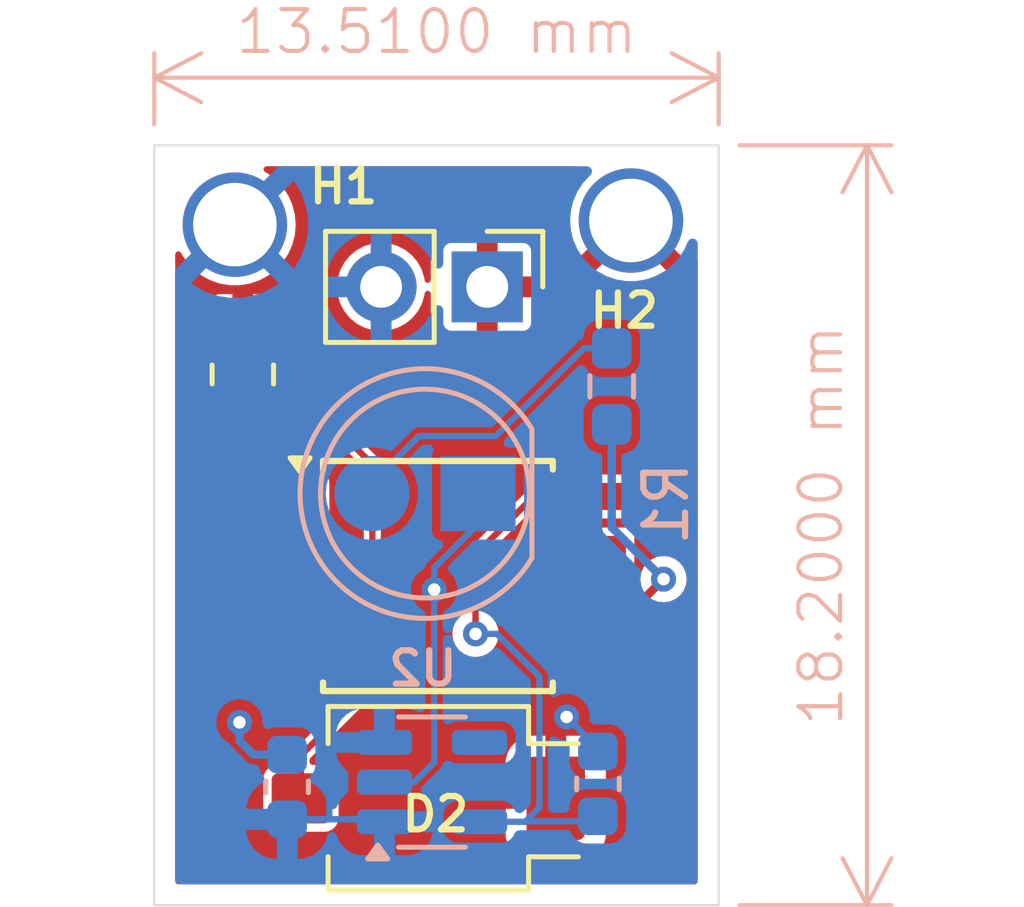
<source format=kicad_pcb>
(kicad_pcb (version 20240108) (generator "pcbnew") (generator_version "8.0")
  (layers (0 "F.Cu" signal) (31 "B.Cu" signal) (34 "B.Paste" user) (35 "F.Paste" user) (36 "B.SilkS" user "B.Silkscreen") (37 "F.SilkS" user "F.Silkscreen") (38 "B.Mask" user) (39 "F.Mask" user) (44 "Edge.Cuts" user))
  (net 0 "")
  (net 1 "GND")
  (net 2 "Net-(D1-A)")
  (net 3 "Net-(D2-A)")
  (net 4 "Vcc")
  (net 5 "Net-(U1-PB1)")
  (net 10 "Vout")
  (footprint "Connector_PinHeader_2.54mm:PinHeader_1x02_P2.54mm_Vertical" (layer "F.Cu") (at 139.66 67.83 -90)
    (property "Reference" "J1" (hide yes))
    (property "Value" "Conn_2" (hide yes))
    (fp_line (start -1.33 3.87) (end 1.33 3.87) (stroke (width 0.12)) (layer "F.SilkS"))
    (fp_line (start -1.33 1.27) (end -1.33 3.87) (stroke (width 0.12)) (layer "F.SilkS"))
    (fp_line (start -1.33 1.27) (end 1.33 1.27) (stroke (width 0.12)) (layer "F.SilkS"))
    (fp_line (start 1.33 1.27) (end 1.33 3.87) (stroke (width 0.12)) (layer "F.SilkS"))
    (fp_line (start -1.33 0) (end -1.33 -1.33) (stroke (width 0.12)) (layer "F.SilkS"))
    (fp_line (start -1.33 -1.33) (end 0 -1.33) (stroke (width 0.12)) (layer "F.SilkS"))
    (pad "1" thru_hole rect (at 0 0 270) (size 1.7 1.7) (drill 1) (layers "*.Cu" "*.Mask") (net 1 "GND"))
    (pad "2" thru_hole oval (at 0 2.54 270) (size 1.7 1.7) (drill 1) (layers "*.Cu" "*.Mask") (net 4 "Vcc"))
  )
  (footprint "Resistor_SMD:R_0805_2012Metric" (layer "F.Cu") (at 133.81 69.9275 90)
    (property "Reference" "R2" (hide yes))
    (property "Value" "R")
    (fp_line (start -0.227064 -0.735) (end 0.227064 -0.735) (stroke (width 0.12)) (layer "F.SilkS"))
    (fp_line (start -0.227064 0.735) (end 0.227064 0.735) (stroke (width 0.12)) (layer "F.SilkS"))
    (pad "1" smd roundrect (at -0.9125 0 90) (size 1.025 1.4) (layers "F.Cu" "F.Paste" "F.Mask") (roundrect_rratio 0.243902) (net 3 "Net-(D2-A)"))
    (pad "2" smd roundrect (at 0.9125 0 90) (size 1.025 1.4) (layers "F.Cu" "F.Paste" "F.Mask") (roundrect_rratio 0.243902) (net 1 "GND"))
  )
  (footprint "MountingHole:MT_Hole" (layer "F.Cu") (at 133.62 66.34)
    (property "Reference" "H1" (at 2.6 -0.92 0) (layer "F.SilkS") (effects (font (size 0.8 0.8))))
    (property "Value" "MountingHole_Pad")
    (pad "1" thru_hole circle (at 0 0) (size 2.5 2.5) (drill 2) (layers "*.Cu" "*.Mask") (net 4 "Vcc"))
  )
  (footprint "MountingHole:MT_Hole" (layer "F.Cu") (at 143.1 66.24)
    (property "Reference" "H2" (at -0.16 2.16 0) (layer "F.SilkS") (effects (font (size 0.8 0.8))))
    (property "Value" "MountingHole_Pad")
    (pad "1" thru_hole circle (at 0 0) (size 2.5 2.5) (drill 2) (layers "*.Cu" "*.Mask") (net 1 "GND"))
  )
  (footprint "Package_SO:SOIC-8W_5.3x5.3mm_P1.27mm" (layer "F.Cu") (at 138.48 74.755)
    (property "Reference" "U1" (hide yes))
    (property "Value" "ATtiny85")
    (fp_line (start -2.75 -2.755) (end -2.75 -2.55) (stroke (width 0.15)) (layer "F.SilkS"))
    (fp_line (start -2.75 -2.755) (end 2.75 -2.755) (stroke (width 0.15)) (layer "F.SilkS"))
    (fp_line (start -2.75 2.755) (end -2.75 2.55) (stroke (width 0.15)) (layer "F.SilkS"))
    (fp_line (start -2.75 2.755) (end 2.75 2.755) (stroke (width 0.15)) (layer "F.SilkS"))
    (fp_line (start 2.75 -2.755) (end 2.75 -2.55) (stroke (width 0.15)) (layer "F.SilkS"))
    (fp_line (start 2.75 2.755) (end 2.75 2.55) (stroke (width 0.15)) (layer "F.SilkS"))
    (fp_poly (pts (xy -3.3 -2.5) (xy -3.54 -2.83) (xy -3.06 -2.83) (xy -3.3 -2.5)) (stroke (width 0.12)) (fill solid) (layer "F.SilkS"))
    (pad "1" smd rect (at -3.65 -1.905) (size 1.7 0.65) (layers "F.Cu" "F.Paste" "F.Mask"))
    (pad "2" smd rect (at -3.65 -0.635) (size 1.7 0.65) (layers "F.Cu" "F.Paste" "F.Mask") (net 3 "Net-(D2-A)"))
    (pad "3" smd rect (at -3.65 0.635) (size 1.7 0.65) (layers "F.Cu" "F.Paste" "F.Mask"))
    (pad "4" smd rect (at -3.65 1.905) (size 1.7 0.65) (layers "F.Cu" "F.Paste" "F.Mask") (net 1 "GND"))
    (pad "5" smd rect (at 3.65 1.905) (size 1.7 0.65) (layers "F.Cu" "F.Paste" "F.Mask"))
    (pad "6" smd rect (at 3.65 0.635) (size 1.7 0.65) (layers "F.Cu" "F.Paste" "F.Mask") (net 5 "Net-(U1-PB1)"))
    (pad "7" smd rect (at 3.65 -0.635) (size 1.7 0.65) (layers "F.Cu" "F.Paste" "F.Mask"))
    (pad "8" smd rect (at 3.65 -1.905) (size 1.7 0.65) (layers "F.Cu" "F.Paste" "F.Mask") (net 10 "Vout"))
  )
  (footprint "OptoDevice:Osram_BPW34S-SMD" (layer "F.Cu") (at 138.25 80.08 180)
    (property "Reference" "D2" (at -0.17 -0.38 180) (layer "F.SilkS") (effects (font (size 0.8 0.8))))
    (property "Value" "BPW34-SMD")
    (fp_line (start 2.4 2.2) (end 2.4 1.31) (stroke (width 0.12)) (layer "F.SilkS"))
    (fp_line (start 2.4 -1.4) (end 2.4 -2.2) (stroke (width 0.12)) (layer "F.SilkS"))
    (fp_line (start 2.4 -2.2) (end -2.4 -2.2) (stroke (width 0.12)) (layer "F.SilkS"))
    (fp_line (start -2.4 2.2) (end 2.4 2.2) (stroke (width 0.12)) (layer "F.SilkS"))
    (fp_line (start -2.4 1.31) (end -2.4 2.2) (stroke (width 0.12)) (layer "F.SilkS"))
    (fp_line (start -2.4 -2.2) (end -2.4 -1.4) (stroke (width 0.12)) (layer "F.SilkS"))
    (fp_line (start -2.41 -1.4) (end -3.59 -1.4) (stroke (width 0.12)) (layer "F.SilkS"))
    (fp_line (start -3.59 1.31) (end -2.4 1.31) (stroke (width 0.12)) (layer "F.SilkS"))
    (pad "1" smd roundrect (at -3.05 0) (size 1.4 2) (layers "F.Cu" "F.Mask") (roundrect_rratio 0.125) (net 1 "GND"))
    (pad "2" smd roundrect (at 3.05 0) (size 1.4 1.2) (layers "F.Cu" "F.Mask") (roundrect_rratio 0.125) (net 3 "Net-(D2-A)"))
  )
  (footprint "Package_TO_SOT_SMD:SOT-23-5" (layer "B.Cu") (at 138.3375 79.69)
    (property "Reference" "U2" (at -0.2175 -2.72 0) (layer "B.SilkS") (effects (font (size 0.8 0.8)) (justify mirror)))
    (property "Value" "MIC5504")
    (fp_line (start -0.8 -1.56) (end 0 -1.56) (stroke (width 0.12)) (layer "B.SilkS"))
    (fp_line (start -0.8 1.56) (end 0 1.56) (stroke (width 0.12)) (layer "B.SilkS"))
    (fp_line (start 0.8 -1.56) (end 0 -1.56) (stroke (width 0.12)) (layer "B.SilkS"))
    (fp_line (start 0.8 1.56) (end 0 1.56) (stroke (width 0.12)) (layer "B.SilkS"))
    (fp_poly (pts (xy -1.3 1.51) (xy -1.54 1.84) (xy -1.06 1.84) (xy -1.3 1.51)) (stroke (width 0.12)) (fill solid) (layer "B.SilkS"))
    (pad "1" smd roundrect (at -1.1375 0.95) (size 1.325 0.6) (layers "B.Cu" "B.Paste" "B.Mask") (net 4 "Vcc"))
    (pad "2" smd roundrect (at -1.1375 0) (size 1.325 0.6) (layers "B.Cu" "B.Paste" "B.Mask") (net 1 "GND"))
    (pad "3" smd roundrect (at -1.1375 -0.95) (size 1.325 0.6) (layers "B.Cu" "B.Paste" "B.Mask") (net 4 "Vcc"))
    (pad "4" smd roundrect (at 1.1375 -0.95) (size 1.325 0.6) (layers "B.Cu" "B.Paste" "B.Mask"))
    (pad "5" smd roundrect (at 1.1375 0.95) (size 1.325 0.6) (layers "B.Cu" "B.Paste" "B.Mask") (net 10 "Vout"))
  )
  (footprint "Capacitor_SMD:C_0603_1608Metric" (layer "B.Cu") (at 134.87 79.805 -90)
    (property "Reference" "C1" (hide yes))
    (property "Value" "C")
    (fp_line (start 0.14058 0.51) (end -0.14058 0.51) (stroke (width 0.12)) (layer "B.SilkS"))
    (fp_line (start 0.14058 -0.51) (end -0.14058 -0.51) (stroke (width 0.12)) (layer "B.SilkS"))
    (pad "1" smd roundrect (at -0.775 0 270) (size 0.9 0.95) (layers "B.Cu" "B.Paste" "B.Mask") (net 1 "GND"))
    (pad "2" smd roundrect (at 0.775 0 270) (size 0.9 0.95) (layers "B.Cu" "B.Paste" "B.Mask") (net 4 "Vcc"))
  )
  (footprint "Resistor_SMD:R_0603_1608Metric_Pad0.98x0.95mm_HandSolder" (layer "B.Cu") (at 142.64 70.2125 90)
    (property "Reference" "R1" (at -2.8075 1.3 90) (layer "B.SilkS") (effects (justify mirror)))
    (property "Value" "R")
    (fp_line (start 0.254724 -0.5225) (end -0.254724 -0.5225) (stroke (width 0.12)) (layer "B.SilkS"))
    (fp_line (start 0.254724 0.5225) (end -0.254724 0.5225) (stroke (width 0.12)) (layer "B.SilkS"))
    (pad "1" smd roundrect (at -0.9125 0 90) (size 0.975 0.95) (layers "B.Cu" "B.Paste" "B.Mask") (net 5 "Net-(U1-PB1)"))
    (pad "2" smd roundrect (at 0.9125 0 90) (size 0.975 0.95) (layers "B.Cu" "B.Paste" "B.Mask") (net 2 "Net-(D1-A)"))
  )
  (footprint "Capacitor_SMD:C_0603_1608Metric" (layer "B.Cu") (at 142.31 79.735 90)
    (property "Reference" "C2" (hide yes))
    (property "Value" "C")
    (fp_line (start 0.14058 -0.51) (end -0.14058 -0.51) (stroke (width 0.12)) (layer "B.SilkS"))
    (fp_line (start 0.14058 0.51) (end -0.14058 0.51) (stroke (width 0.12)) (layer "B.SilkS"))
    (pad "1" smd roundrect (at -0.775 0 90) (size 0.9 0.95) (layers "B.Cu" "B.Paste" "B.Mask") (net 10 "Vout"))
    (pad "2" smd roundrect (at 0.775 0 90) (size 0.9 0.95) (layers "B.Cu" "B.Paste" "B.Mask") (net 1 "GND"))
  )
  (footprint "LED_THT:LED_D5.0mm_Clear" (layer "B.Cu") (at 139.44 72.78 180)
    (property "Reference" "D1" (hide yes))
    (property "Value" "LED")
    (fp_line (start -1.29 -1.545) (end -1.29 1.545) (stroke (width 0.12)) (layer "B.SilkS"))
    (fp_arc (start 4.26 -0.000462) (mid 2.072002 2.880433) (end -1.29 1.54483) (stroke (width 0.12)) (layer "B.SilkS"))
    (fp_arc (start -1.29 -1.54483) (mid 2.072002 -2.880433) (end 4.26 0.000462) (stroke (width 0.12)) (layer "B.SilkS"))
    (fp_circle (center 1.27 0) (end 3.77 0) (stroke (width 0.12)) (fill none) (layer "B.SilkS"))
    (pad "1" smd rect (at 0 0 180) (size 1.8 1.8) (layers "B.Cu" "B.Paste" "B.Mask") (net 1 "GND"))
    (pad "2" smd circle (at 2.54 0 180) (size 1.8 1.8) (layers "B.Cu" "B.Paste" "B.Mask") (net 2 "Net-(D1-A)"))
  )
  (gr_rect (start 131.69 64.44) (end 145.2 82.64) (stroke (width 0.05)) (fill none) (layer "Edge.Cuts"))
  (dimension (type aligned) (layer "B.SilkS") (pts (xy 131.69 64.44) (xy 145.2 64.44)) (height -1.62) (gr_text "13.5100 mm" (at 138.445 61.72 0) (layer "B.SilkS") (effects (font (size 1 1) (thickness 0.1)))) (format (prefix "") (suffix "") (units 3) (units_format 1) (precision 4)) (style (thickness 0.1) (arrow_length 1.27) (text_position_mode 0) (extension_height 0.58642) (extension_offset 0.5) keep_text_aligned))
  (dimension (type aligned) (layer "B.SilkS") (pts (xy 145.2 82.64) (xy 145.2 64.44)) (height 3.55) (gr_text "18.2000 mm" (at 147.65 73.54 90) (layer "B.SilkS") (effects (font (size 1 1) (thickness 0.1)))) (format (prefix "") (suffix "") (units 3) (units_format 1) (precision 4)) (style (thickness 0.1) (arrow_length 1.27) (text_position_mode 0) (extension_height 0.58642) (extension_offset 0.5) keep_text_aligned))
  (via (at 138.39 75.08) (size 0.6) (drill 0.3) (layers "F.Cu" "B.Cu") (net 1))
  (via (at 141.56 78.13) (size 0.6) (drill 0.3) (layers "F.Cu" "B.Cu") (net 1))
  (via (at 133.73 78.26) (size 0.6) (drill 0.3) (layers "F.Cu" "B.Cu") (net 1))
  (segment (start 141.56 78.13) (end 142.35 78.92) (width 0.1524) (layer "B.Cu") (net 1))
  (segment (start 139.44 72.78) (end 139.44 73.51) (width 0.1524) (layer "B.Cu") (net 1))
  (segment (start 134.87 79.03) (end 134.06 79.03) (width 0.2) (layer "B.Cu") (net 1))
  (segment (start 138.39 74.56) (end 138.39 75.08) (width 0.1524) (layer "B.Cu") (net 1))
  (segment (start 139.44 73.51) (end 138.39 74.56) (width 0.1524) (layer "B.Cu") (net 1))
  (segment (start 134.06 79.03) (end 133.73 78.7) (width 0.2) (layer "B.Cu") (net 1))
  (segment (start 137.2 79.69) (end 137.916994 79.69) (width 0.1524) (layer "B.Cu") (net 1))
  (segment (start 142.35 78.92) (end 142.35 79.185) (width 0.1524) (layer "B.Cu") (net 1))
  (segment (start 133.73 78.7) (end 133.73 78.26) (width 0.2) (layer "B.Cu") (net 1))
  (segment (start 138.39 79.216994) (end 138.39 75.08) (width 0.1524) (layer "B.Cu") (net 1))
  (segment (start 137.916994 79.69) (end 138.39 79.216994) (width 0.1524) (layer "B.Cu") (net 1))
  (segment (start 139.87 71.4) (end 141.97 69.3) (width 0.1524) (layer "B.Cu") (net 2))
  (segment (start 136.9 72.78) (end 136.9 72.53) (width 0.1524) (layer "B.Cu") (net 2))
  (segment (start 136.9 72.53) (end 138.03 71.4) (width 0.1524) (layer "B.Cu") (net 2))
  (segment (start 138.03 71.4) (end 139.87 71.4) (width 0.1524) (layer "B.Cu") (net 2))
  (segment (start 141.97 69.3) (end 142.64 69.3) (width 0.1524) (layer "B.Cu") (net 2))
  (segment (start 135.94 74.12) (end 136.77 74.95) (width 0.1524) (layer "F.Cu") (net 3))
  (segment (start 136.91 74.95) (end 136.91 77.34) (width 0.1524) (layer "F.Cu") (net 3))
  (segment (start 135.67 70.84) (end 133.81 70.84) (width 0.1524) (layer "F.Cu") (net 3))
  (segment (start 136.91 74.95) (end 136.91 72.08) (width 0.1524) (layer "F.Cu") (net 3))
  (segment (start 136.77 74.95) (end 136.91 74.95) (width 0.1524) (layer "F.Cu") (net 3))
  (segment (start 134.83 74.12) (end 135.94 74.12) (width 0.1524) (layer "F.Cu") (net 3))
  (segment (start 136.91 72.08) (end 135.67 70.84) (width 0.1524) (layer "F.Cu") (net 3))
  (segment (start 135.2 79.05) (end 135.2 80.08) (width 0.1524) (layer "F.Cu") (net 3))
  (segment (start 136.91 77.34) (end 135.2 79.05) (width 0.1524) (layer "F.Cu") (net 3))
  (segment (start 134.4 66.82) (end 134.4 66.5) (width 0.1524) (layer "B.Cu") (net 4))
  (segment (start 135.88 78.74) (end 137.2 78.74) (width 0.1524) (layer "B.Cu") (net 4))
  (segment (start 137.14 80.58) (end 137.2 80.64) (width 0.1524) (layer "B.Cu") (net 4))
  (segment (start 135.88 78.74) (end 135.88 78.14) (width 0.1524) (layer "B.Cu") (net 4))
  (segment (start 134.62 76.88) (end 134.62 71.61) (width 0.1524) (layer "B.Cu") (net 4))
  (segment (start 135.88 80.56) (end 135.88 78.74) (width 0.1524) (layer "B.Cu") (net 4))
  (segment (start 135.9 80.58) (end 135.88 80.56) (width 0.1524) (layer "B.Cu") (net 4))
  (segment (start 135.88 78.14) (end 134.62 76.88) (width 0.1524) (layer "B.Cu") (net 4))
  (segment (start 136.89 69.34) (end 137.44 69.34) (width 0.1524) (layer "B.Cu") (net 4))
  (segment (start 134.87 80.58) (end 135.9 80.58) (width 0.1524) (layer "B.Cu") (net 4))
  (segment (start 135.9 80.58) (end 137.14 80.58) (width 0.1524) (layer "B.Cu") (net 4))
  (segment (start 142.13 75.39) (end 143.32 75.39) (width 0.2) (layer "F.Cu") (net 5))
  (segment (start 143.32 75.39) (end 143.88 74.83) (width 0.2) (layer "F.Cu") (net 5))
  (via (at 143.88 74.83) (size 0.6) (drill 0.3) (layers "F.Cu" "B.Cu") (net 5))
  (segment (start 142.64 73.59) (end 142.64 71.125) (width 0.2) (layer "B.Cu") (net 5))
  (segment (start 143.88 74.83) (end 142.64 73.59) (width 0.2) (layer "B.Cu") (net 5))
  (segment (start 139.38 74.24) (end 140.77 72.85) (width 0.1524) (layer "F.Cu") (net 10))
  (segment (start 140.77 72.85) (end 142.13 72.85) (width 0.1524) (layer "F.Cu") (net 10))
  (segment (start 139.38 76.14) (end 139.38 74.24) (width 0.1524) (layer "F.Cu") (net 10))
  (via (at 139.38 76.14) (size 0.6) (drill 0.3) (layers "F.Cu" "B.Cu") (net 10))
  (segment (start 140.41 80.64) (end 139.475 80.64) (width 0.1524) (layer "B.Cu") (net 10))
  (segment (start 139.38 76.14) (end 139.89 76.14) (width 0.1524) (layer "B.Cu") (net 10))
  (segment (start 140.58 80.63) (end 142.19 80.63) (width 0.1524) (layer "B.Cu") (net 10))
  (segment (start 140.91 80.3) (end 140.57 80.64) (width 0.1524) (layer "B.Cu") (net 10))
  (segment (start 140.41 80.64) (end 140.57 80.64) (width 0.1524) (layer "B.Cu") (net 10))
  (segment (start 140.57 80.64) (end 140.58 80.63) (width 0.1524) (layer "B.Cu") (net 10))
  (segment (start 138.83 80.64) (end 139.475 80.64) (width 0.1524) (layer "B.Cu") (net 10))
  (segment (start 140.91 77.16) (end 140.91 80.3) (width 0.1524) (layer "B.Cu") (net 10))
  (segment (start 139.89 76.14) (end 140.91 77.16) (width 0.1524) (layer "B.Cu") (net 10))
  (segment (start 142.19 80.63) (end 142.31 80.51) (width 0.1524) (layer "B.Cu") (net 10))
  (zone (net 1) (net_name "GND") (layer "F.Cu") (connect_pads (clearance 0.1524)) (min_thickness 0.1524) (fill yes (thermal_gap 0.5) (thermal_bridge_width 0.5))
    (polygon (pts (xy 131.87 64.63) (xy 145.07 64.5) (xy 145.03 82.6) (xy 131.86 82.59) (xy 131.82 68.17)))
  )
  (zone (net 4) (net_name "Vcc") (layer "B.Cu") (priority 1) (connect_pads (clearance 0.1524)) (min_thickness 0.25) (fill yes (thermal_gap 0.5) (thermal_bridge_width 0.5))
    (polygon (pts (xy 131.84 64.53) (xy 145.1 64.57) (xy 145.01 82.66) (xy 131.81 82.57)))
  )
)
</source>
